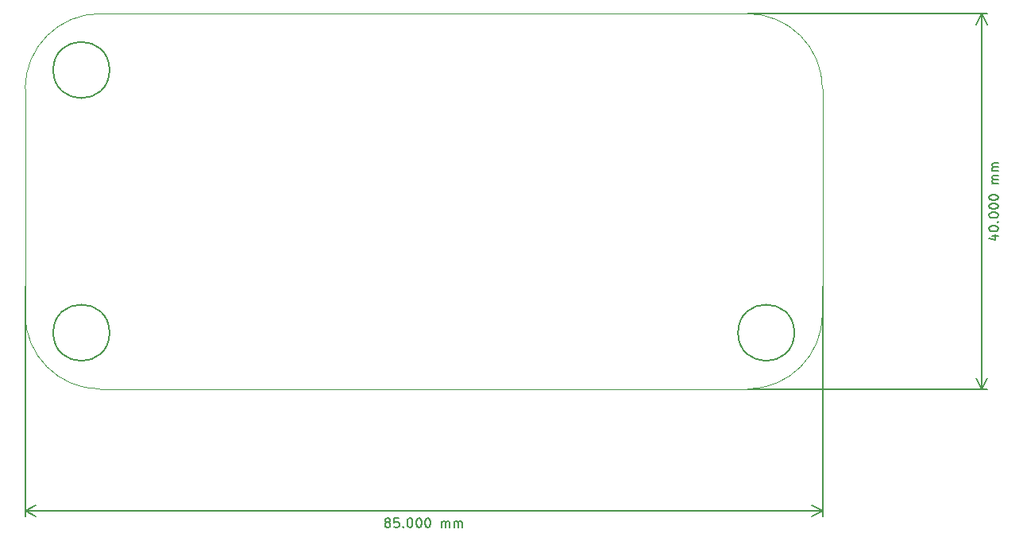
<source format=gbr>
%TF.GenerationSoftware,KiCad,Pcbnew,(5.1.10)-1*%
%TF.CreationDate,2021-07-24T11:21:25+02:00*%
%TF.ProjectId,Trugbild,54727567-6269-46c6-942e-6b696361645f,rev?*%
%TF.SameCoordinates,Original*%
%TF.FileFunction,Other,Comment*%
%FSLAX46Y46*%
G04 Gerber Fmt 4.6, Leading zero omitted, Abs format (unit mm)*
G04 Created by KiCad (PCBNEW (5.1.10)-1) date 2021-07-24 11:21:25*
%MOMM*%
%LPD*%
G01*
G04 APERTURE LIST*
%ADD10C,0.150000*%
%ADD11C,0.050000*%
G04 APERTURE END LIST*
D10*
X205085714Y-108616666D02*
X205752380Y-108616666D01*
X204704761Y-108854761D02*
X205419047Y-109092857D01*
X205419047Y-108473809D01*
X204752380Y-107902380D02*
X204752380Y-107807142D01*
X204800000Y-107711904D01*
X204847619Y-107664285D01*
X204942857Y-107616666D01*
X205133333Y-107569047D01*
X205371428Y-107569047D01*
X205561904Y-107616666D01*
X205657142Y-107664285D01*
X205704761Y-107711904D01*
X205752380Y-107807142D01*
X205752380Y-107902380D01*
X205704761Y-107997619D01*
X205657142Y-108045238D01*
X205561904Y-108092857D01*
X205371428Y-108140476D01*
X205133333Y-108140476D01*
X204942857Y-108092857D01*
X204847619Y-108045238D01*
X204800000Y-107997619D01*
X204752380Y-107902380D01*
X205657142Y-107140476D02*
X205704761Y-107092857D01*
X205752380Y-107140476D01*
X205704761Y-107188095D01*
X205657142Y-107140476D01*
X205752380Y-107140476D01*
X204752380Y-106473809D02*
X204752380Y-106378571D01*
X204800000Y-106283333D01*
X204847619Y-106235714D01*
X204942857Y-106188095D01*
X205133333Y-106140476D01*
X205371428Y-106140476D01*
X205561904Y-106188095D01*
X205657142Y-106235714D01*
X205704761Y-106283333D01*
X205752380Y-106378571D01*
X205752380Y-106473809D01*
X205704761Y-106569047D01*
X205657142Y-106616666D01*
X205561904Y-106664285D01*
X205371428Y-106711904D01*
X205133333Y-106711904D01*
X204942857Y-106664285D01*
X204847619Y-106616666D01*
X204800000Y-106569047D01*
X204752380Y-106473809D01*
X204752380Y-105521428D02*
X204752380Y-105426190D01*
X204800000Y-105330952D01*
X204847619Y-105283333D01*
X204942857Y-105235714D01*
X205133333Y-105188095D01*
X205371428Y-105188095D01*
X205561904Y-105235714D01*
X205657142Y-105283333D01*
X205704761Y-105330952D01*
X205752380Y-105426190D01*
X205752380Y-105521428D01*
X205704761Y-105616666D01*
X205657142Y-105664285D01*
X205561904Y-105711904D01*
X205371428Y-105759523D01*
X205133333Y-105759523D01*
X204942857Y-105711904D01*
X204847619Y-105664285D01*
X204800000Y-105616666D01*
X204752380Y-105521428D01*
X204752380Y-104569047D02*
X204752380Y-104473809D01*
X204800000Y-104378571D01*
X204847619Y-104330952D01*
X204942857Y-104283333D01*
X205133333Y-104235714D01*
X205371428Y-104235714D01*
X205561904Y-104283333D01*
X205657142Y-104330952D01*
X205704761Y-104378571D01*
X205752380Y-104473809D01*
X205752380Y-104569047D01*
X205704761Y-104664285D01*
X205657142Y-104711904D01*
X205561904Y-104759523D01*
X205371428Y-104807142D01*
X205133333Y-104807142D01*
X204942857Y-104759523D01*
X204847619Y-104711904D01*
X204800000Y-104664285D01*
X204752380Y-104569047D01*
X205752380Y-103045238D02*
X205085714Y-103045238D01*
X205180952Y-103045238D02*
X205133333Y-102997619D01*
X205085714Y-102902380D01*
X205085714Y-102759523D01*
X205133333Y-102664285D01*
X205228571Y-102616666D01*
X205752380Y-102616666D01*
X205228571Y-102616666D02*
X205133333Y-102569047D01*
X205085714Y-102473809D01*
X205085714Y-102330952D01*
X205133333Y-102235714D01*
X205228571Y-102188095D01*
X205752380Y-102188095D01*
X205752380Y-101711904D02*
X205085714Y-101711904D01*
X205180952Y-101711904D02*
X205133333Y-101664285D01*
X205085714Y-101569047D01*
X205085714Y-101426190D01*
X205133333Y-101330952D01*
X205228571Y-101283333D01*
X205752380Y-101283333D01*
X205228571Y-101283333D02*
X205133333Y-101235714D01*
X205085714Y-101140476D01*
X205085714Y-100997619D01*
X205133333Y-100902380D01*
X205228571Y-100854761D01*
X205752380Y-100854761D01*
X204000000Y-124950000D02*
X204000000Y-84950000D01*
X179000000Y-124950000D02*
X204586421Y-124950000D01*
X179000000Y-84950000D02*
X204586421Y-84950000D01*
X204000000Y-84950000D02*
X204586421Y-86076504D01*
X204000000Y-84950000D02*
X203413579Y-86076504D01*
X204000000Y-124950000D02*
X204586421Y-123823496D01*
X204000000Y-124950000D02*
X203413579Y-123823496D01*
X140547619Y-139130952D02*
X140452380Y-139083333D01*
X140404761Y-139035714D01*
X140357142Y-138940476D01*
X140357142Y-138892857D01*
X140404761Y-138797619D01*
X140452380Y-138750000D01*
X140547619Y-138702380D01*
X140738095Y-138702380D01*
X140833333Y-138750000D01*
X140880952Y-138797619D01*
X140928571Y-138892857D01*
X140928571Y-138940476D01*
X140880952Y-139035714D01*
X140833333Y-139083333D01*
X140738095Y-139130952D01*
X140547619Y-139130952D01*
X140452380Y-139178571D01*
X140404761Y-139226190D01*
X140357142Y-139321428D01*
X140357142Y-139511904D01*
X140404761Y-139607142D01*
X140452380Y-139654761D01*
X140547619Y-139702380D01*
X140738095Y-139702380D01*
X140833333Y-139654761D01*
X140880952Y-139607142D01*
X140928571Y-139511904D01*
X140928571Y-139321428D01*
X140880952Y-139226190D01*
X140833333Y-139178571D01*
X140738095Y-139130952D01*
X141833333Y-138702380D02*
X141357142Y-138702380D01*
X141309523Y-139178571D01*
X141357142Y-139130952D01*
X141452380Y-139083333D01*
X141690476Y-139083333D01*
X141785714Y-139130952D01*
X141833333Y-139178571D01*
X141880952Y-139273809D01*
X141880952Y-139511904D01*
X141833333Y-139607142D01*
X141785714Y-139654761D01*
X141690476Y-139702380D01*
X141452380Y-139702380D01*
X141357142Y-139654761D01*
X141309523Y-139607142D01*
X142309523Y-139607142D02*
X142357142Y-139654761D01*
X142309523Y-139702380D01*
X142261904Y-139654761D01*
X142309523Y-139607142D01*
X142309523Y-139702380D01*
X142976190Y-138702380D02*
X143071428Y-138702380D01*
X143166666Y-138750000D01*
X143214285Y-138797619D01*
X143261904Y-138892857D01*
X143309523Y-139083333D01*
X143309523Y-139321428D01*
X143261904Y-139511904D01*
X143214285Y-139607142D01*
X143166666Y-139654761D01*
X143071428Y-139702380D01*
X142976190Y-139702380D01*
X142880952Y-139654761D01*
X142833333Y-139607142D01*
X142785714Y-139511904D01*
X142738095Y-139321428D01*
X142738095Y-139083333D01*
X142785714Y-138892857D01*
X142833333Y-138797619D01*
X142880952Y-138750000D01*
X142976190Y-138702380D01*
X143928571Y-138702380D02*
X144023809Y-138702380D01*
X144119047Y-138750000D01*
X144166666Y-138797619D01*
X144214285Y-138892857D01*
X144261904Y-139083333D01*
X144261904Y-139321428D01*
X144214285Y-139511904D01*
X144166666Y-139607142D01*
X144119047Y-139654761D01*
X144023809Y-139702380D01*
X143928571Y-139702380D01*
X143833333Y-139654761D01*
X143785714Y-139607142D01*
X143738095Y-139511904D01*
X143690476Y-139321428D01*
X143690476Y-139083333D01*
X143738095Y-138892857D01*
X143785714Y-138797619D01*
X143833333Y-138750000D01*
X143928571Y-138702380D01*
X144880952Y-138702380D02*
X144976190Y-138702380D01*
X145071428Y-138750000D01*
X145119047Y-138797619D01*
X145166666Y-138892857D01*
X145214285Y-139083333D01*
X145214285Y-139321428D01*
X145166666Y-139511904D01*
X145119047Y-139607142D01*
X145071428Y-139654761D01*
X144976190Y-139702380D01*
X144880952Y-139702380D01*
X144785714Y-139654761D01*
X144738095Y-139607142D01*
X144690476Y-139511904D01*
X144642857Y-139321428D01*
X144642857Y-139083333D01*
X144690476Y-138892857D01*
X144738095Y-138797619D01*
X144785714Y-138750000D01*
X144880952Y-138702380D01*
X146404761Y-139702380D02*
X146404761Y-139035714D01*
X146404761Y-139130952D02*
X146452380Y-139083333D01*
X146547619Y-139035714D01*
X146690476Y-139035714D01*
X146785714Y-139083333D01*
X146833333Y-139178571D01*
X146833333Y-139702380D01*
X146833333Y-139178571D02*
X146880952Y-139083333D01*
X146976190Y-139035714D01*
X147119047Y-139035714D01*
X147214285Y-139083333D01*
X147261904Y-139178571D01*
X147261904Y-139702380D01*
X147738095Y-139702380D02*
X147738095Y-139035714D01*
X147738095Y-139130952D02*
X147785714Y-139083333D01*
X147880952Y-139035714D01*
X148023809Y-139035714D01*
X148119047Y-139083333D01*
X148166666Y-139178571D01*
X148166666Y-139702380D01*
X148166666Y-139178571D02*
X148214285Y-139083333D01*
X148309523Y-139035714D01*
X148452380Y-139035714D01*
X148547619Y-139083333D01*
X148595238Y-139178571D01*
X148595238Y-139702380D01*
X187000000Y-137950000D02*
X102000000Y-137950000D01*
X187000000Y-113950000D02*
X187000000Y-138536421D01*
X102000000Y-113950000D02*
X102000000Y-138536421D01*
X102000000Y-137950000D02*
X103126504Y-137363579D01*
X102000000Y-137950000D02*
X103126504Y-138536421D01*
X187000000Y-137950000D02*
X185873496Y-137363579D01*
X187000000Y-137950000D02*
X185873496Y-138536421D01*
D11*
X102000000Y-116950000D02*
X102000000Y-98000000D01*
X187000000Y-98000000D02*
X187000000Y-92950000D01*
X187000000Y-98000000D02*
X187000000Y-116950000D01*
X110000000Y-124950000D02*
X179000000Y-124950000D01*
X110000000Y-124950000D02*
G75*
G02*
X102000000Y-116950000I0J8000000D01*
G01*
X102000000Y-92950000D02*
G75*
G02*
X110000000Y-84950000I8000000J0D01*
G01*
X187000000Y-116950000D02*
G75*
G02*
X179000000Y-124950000I-8000000J0D01*
G01*
X179000000Y-84950000D02*
X110000000Y-84950000D01*
X179000000Y-84950000D02*
G75*
G02*
X187000000Y-92950000I0J-8000000D01*
G01*
X102000000Y-98000000D02*
X102000000Y-92950000D01*
D10*
%TO.C,REF\u002A\u002A*%
X111000000Y-118950000D02*
G75*
G03*
X111000000Y-118950000I-3000000J0D01*
G01*
X184000000Y-118950000D02*
G75*
G03*
X184000000Y-118950000I-3000000J0D01*
G01*
X111000000Y-90950000D02*
G75*
G03*
X111000000Y-90950000I-3000000J0D01*
G01*
%TD*%
M02*

</source>
